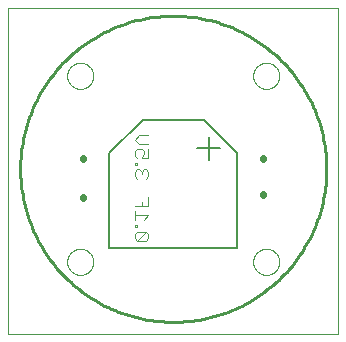
<source format=gbo>
G75*
%MOIN*%
%OFA0B0*%
%FSLAX25Y25*%
%IPPOS*%
%LPD*%
%AMOC8*
5,1,8,0,0,1.08239X$1,22.5*
%
%ADD10C,0.00000*%
%ADD11C,0.01000*%
%ADD12C,0.02200*%
%ADD13C,0.00500*%
%ADD14C,0.00400*%
D10*
X0006500Y0001500D02*
X0006500Y0110201D01*
X0116421Y0110201D01*
X0116421Y0001500D01*
X0006500Y0001500D01*
X0026150Y0025500D02*
X0026152Y0025631D01*
X0026158Y0025763D01*
X0026168Y0025894D01*
X0026182Y0026024D01*
X0026200Y0026155D01*
X0026221Y0026284D01*
X0026247Y0026413D01*
X0026276Y0026541D01*
X0026310Y0026668D01*
X0026347Y0026794D01*
X0026388Y0026919D01*
X0026433Y0027043D01*
X0026481Y0027165D01*
X0026533Y0027285D01*
X0026589Y0027404D01*
X0026648Y0027522D01*
X0026711Y0027637D01*
X0026777Y0027750D01*
X0026847Y0027862D01*
X0026920Y0027971D01*
X0026996Y0028078D01*
X0027076Y0028183D01*
X0027158Y0028285D01*
X0027244Y0028385D01*
X0027333Y0028482D01*
X0027424Y0028576D01*
X0027518Y0028667D01*
X0027615Y0028756D01*
X0027715Y0028842D01*
X0027817Y0028924D01*
X0027922Y0029004D01*
X0028029Y0029080D01*
X0028138Y0029153D01*
X0028250Y0029223D01*
X0028363Y0029289D01*
X0028478Y0029352D01*
X0028596Y0029411D01*
X0028715Y0029467D01*
X0028835Y0029519D01*
X0028957Y0029567D01*
X0029081Y0029612D01*
X0029206Y0029653D01*
X0029332Y0029690D01*
X0029459Y0029724D01*
X0029587Y0029753D01*
X0029716Y0029779D01*
X0029845Y0029800D01*
X0029976Y0029818D01*
X0030106Y0029832D01*
X0030237Y0029842D01*
X0030369Y0029848D01*
X0030500Y0029850D01*
X0030631Y0029848D01*
X0030763Y0029842D01*
X0030894Y0029832D01*
X0031024Y0029818D01*
X0031155Y0029800D01*
X0031284Y0029779D01*
X0031413Y0029753D01*
X0031541Y0029724D01*
X0031668Y0029690D01*
X0031794Y0029653D01*
X0031919Y0029612D01*
X0032043Y0029567D01*
X0032165Y0029519D01*
X0032285Y0029467D01*
X0032404Y0029411D01*
X0032522Y0029352D01*
X0032637Y0029289D01*
X0032750Y0029223D01*
X0032862Y0029153D01*
X0032971Y0029080D01*
X0033078Y0029004D01*
X0033183Y0028924D01*
X0033285Y0028842D01*
X0033385Y0028756D01*
X0033482Y0028667D01*
X0033576Y0028576D01*
X0033667Y0028482D01*
X0033756Y0028385D01*
X0033842Y0028285D01*
X0033924Y0028183D01*
X0034004Y0028078D01*
X0034080Y0027971D01*
X0034153Y0027862D01*
X0034223Y0027750D01*
X0034289Y0027637D01*
X0034352Y0027522D01*
X0034411Y0027404D01*
X0034467Y0027285D01*
X0034519Y0027165D01*
X0034567Y0027043D01*
X0034612Y0026919D01*
X0034653Y0026794D01*
X0034690Y0026668D01*
X0034724Y0026541D01*
X0034753Y0026413D01*
X0034779Y0026284D01*
X0034800Y0026155D01*
X0034818Y0026024D01*
X0034832Y0025894D01*
X0034842Y0025763D01*
X0034848Y0025631D01*
X0034850Y0025500D01*
X0034848Y0025369D01*
X0034842Y0025237D01*
X0034832Y0025106D01*
X0034818Y0024976D01*
X0034800Y0024845D01*
X0034779Y0024716D01*
X0034753Y0024587D01*
X0034724Y0024459D01*
X0034690Y0024332D01*
X0034653Y0024206D01*
X0034612Y0024081D01*
X0034567Y0023957D01*
X0034519Y0023835D01*
X0034467Y0023715D01*
X0034411Y0023596D01*
X0034352Y0023478D01*
X0034289Y0023363D01*
X0034223Y0023250D01*
X0034153Y0023138D01*
X0034080Y0023029D01*
X0034004Y0022922D01*
X0033924Y0022817D01*
X0033842Y0022715D01*
X0033756Y0022615D01*
X0033667Y0022518D01*
X0033576Y0022424D01*
X0033482Y0022333D01*
X0033385Y0022244D01*
X0033285Y0022158D01*
X0033183Y0022076D01*
X0033078Y0021996D01*
X0032971Y0021920D01*
X0032862Y0021847D01*
X0032750Y0021777D01*
X0032637Y0021711D01*
X0032522Y0021648D01*
X0032404Y0021589D01*
X0032285Y0021533D01*
X0032165Y0021481D01*
X0032043Y0021433D01*
X0031919Y0021388D01*
X0031794Y0021347D01*
X0031668Y0021310D01*
X0031541Y0021276D01*
X0031413Y0021247D01*
X0031284Y0021221D01*
X0031155Y0021200D01*
X0031024Y0021182D01*
X0030894Y0021168D01*
X0030763Y0021158D01*
X0030631Y0021152D01*
X0030500Y0021150D01*
X0030369Y0021152D01*
X0030237Y0021158D01*
X0030106Y0021168D01*
X0029976Y0021182D01*
X0029845Y0021200D01*
X0029716Y0021221D01*
X0029587Y0021247D01*
X0029459Y0021276D01*
X0029332Y0021310D01*
X0029206Y0021347D01*
X0029081Y0021388D01*
X0028957Y0021433D01*
X0028835Y0021481D01*
X0028715Y0021533D01*
X0028596Y0021589D01*
X0028478Y0021648D01*
X0028363Y0021711D01*
X0028250Y0021777D01*
X0028138Y0021847D01*
X0028029Y0021920D01*
X0027922Y0021996D01*
X0027817Y0022076D01*
X0027715Y0022158D01*
X0027615Y0022244D01*
X0027518Y0022333D01*
X0027424Y0022424D01*
X0027333Y0022518D01*
X0027244Y0022615D01*
X0027158Y0022715D01*
X0027076Y0022817D01*
X0026996Y0022922D01*
X0026920Y0023029D01*
X0026847Y0023138D01*
X0026777Y0023250D01*
X0026711Y0023363D01*
X0026648Y0023478D01*
X0026589Y0023596D01*
X0026533Y0023715D01*
X0026481Y0023835D01*
X0026433Y0023957D01*
X0026388Y0024081D01*
X0026347Y0024206D01*
X0026310Y0024332D01*
X0026276Y0024459D01*
X0026247Y0024587D01*
X0026221Y0024716D01*
X0026200Y0024845D01*
X0026182Y0024976D01*
X0026168Y0025106D01*
X0026158Y0025237D01*
X0026152Y0025369D01*
X0026150Y0025500D01*
X0088150Y0025500D02*
X0088152Y0025631D01*
X0088158Y0025763D01*
X0088168Y0025894D01*
X0088182Y0026024D01*
X0088200Y0026155D01*
X0088221Y0026284D01*
X0088247Y0026413D01*
X0088276Y0026541D01*
X0088310Y0026668D01*
X0088347Y0026794D01*
X0088388Y0026919D01*
X0088433Y0027043D01*
X0088481Y0027165D01*
X0088533Y0027285D01*
X0088589Y0027404D01*
X0088648Y0027522D01*
X0088711Y0027637D01*
X0088777Y0027750D01*
X0088847Y0027862D01*
X0088920Y0027971D01*
X0088996Y0028078D01*
X0089076Y0028183D01*
X0089158Y0028285D01*
X0089244Y0028385D01*
X0089333Y0028482D01*
X0089424Y0028576D01*
X0089518Y0028667D01*
X0089615Y0028756D01*
X0089715Y0028842D01*
X0089817Y0028924D01*
X0089922Y0029004D01*
X0090029Y0029080D01*
X0090138Y0029153D01*
X0090250Y0029223D01*
X0090363Y0029289D01*
X0090478Y0029352D01*
X0090596Y0029411D01*
X0090715Y0029467D01*
X0090835Y0029519D01*
X0090957Y0029567D01*
X0091081Y0029612D01*
X0091206Y0029653D01*
X0091332Y0029690D01*
X0091459Y0029724D01*
X0091587Y0029753D01*
X0091716Y0029779D01*
X0091845Y0029800D01*
X0091976Y0029818D01*
X0092106Y0029832D01*
X0092237Y0029842D01*
X0092369Y0029848D01*
X0092500Y0029850D01*
X0092631Y0029848D01*
X0092763Y0029842D01*
X0092894Y0029832D01*
X0093024Y0029818D01*
X0093155Y0029800D01*
X0093284Y0029779D01*
X0093413Y0029753D01*
X0093541Y0029724D01*
X0093668Y0029690D01*
X0093794Y0029653D01*
X0093919Y0029612D01*
X0094043Y0029567D01*
X0094165Y0029519D01*
X0094285Y0029467D01*
X0094404Y0029411D01*
X0094522Y0029352D01*
X0094637Y0029289D01*
X0094750Y0029223D01*
X0094862Y0029153D01*
X0094971Y0029080D01*
X0095078Y0029004D01*
X0095183Y0028924D01*
X0095285Y0028842D01*
X0095385Y0028756D01*
X0095482Y0028667D01*
X0095576Y0028576D01*
X0095667Y0028482D01*
X0095756Y0028385D01*
X0095842Y0028285D01*
X0095924Y0028183D01*
X0096004Y0028078D01*
X0096080Y0027971D01*
X0096153Y0027862D01*
X0096223Y0027750D01*
X0096289Y0027637D01*
X0096352Y0027522D01*
X0096411Y0027404D01*
X0096467Y0027285D01*
X0096519Y0027165D01*
X0096567Y0027043D01*
X0096612Y0026919D01*
X0096653Y0026794D01*
X0096690Y0026668D01*
X0096724Y0026541D01*
X0096753Y0026413D01*
X0096779Y0026284D01*
X0096800Y0026155D01*
X0096818Y0026024D01*
X0096832Y0025894D01*
X0096842Y0025763D01*
X0096848Y0025631D01*
X0096850Y0025500D01*
X0096848Y0025369D01*
X0096842Y0025237D01*
X0096832Y0025106D01*
X0096818Y0024976D01*
X0096800Y0024845D01*
X0096779Y0024716D01*
X0096753Y0024587D01*
X0096724Y0024459D01*
X0096690Y0024332D01*
X0096653Y0024206D01*
X0096612Y0024081D01*
X0096567Y0023957D01*
X0096519Y0023835D01*
X0096467Y0023715D01*
X0096411Y0023596D01*
X0096352Y0023478D01*
X0096289Y0023363D01*
X0096223Y0023250D01*
X0096153Y0023138D01*
X0096080Y0023029D01*
X0096004Y0022922D01*
X0095924Y0022817D01*
X0095842Y0022715D01*
X0095756Y0022615D01*
X0095667Y0022518D01*
X0095576Y0022424D01*
X0095482Y0022333D01*
X0095385Y0022244D01*
X0095285Y0022158D01*
X0095183Y0022076D01*
X0095078Y0021996D01*
X0094971Y0021920D01*
X0094862Y0021847D01*
X0094750Y0021777D01*
X0094637Y0021711D01*
X0094522Y0021648D01*
X0094404Y0021589D01*
X0094285Y0021533D01*
X0094165Y0021481D01*
X0094043Y0021433D01*
X0093919Y0021388D01*
X0093794Y0021347D01*
X0093668Y0021310D01*
X0093541Y0021276D01*
X0093413Y0021247D01*
X0093284Y0021221D01*
X0093155Y0021200D01*
X0093024Y0021182D01*
X0092894Y0021168D01*
X0092763Y0021158D01*
X0092631Y0021152D01*
X0092500Y0021150D01*
X0092369Y0021152D01*
X0092237Y0021158D01*
X0092106Y0021168D01*
X0091976Y0021182D01*
X0091845Y0021200D01*
X0091716Y0021221D01*
X0091587Y0021247D01*
X0091459Y0021276D01*
X0091332Y0021310D01*
X0091206Y0021347D01*
X0091081Y0021388D01*
X0090957Y0021433D01*
X0090835Y0021481D01*
X0090715Y0021533D01*
X0090596Y0021589D01*
X0090478Y0021648D01*
X0090363Y0021711D01*
X0090250Y0021777D01*
X0090138Y0021847D01*
X0090029Y0021920D01*
X0089922Y0021996D01*
X0089817Y0022076D01*
X0089715Y0022158D01*
X0089615Y0022244D01*
X0089518Y0022333D01*
X0089424Y0022424D01*
X0089333Y0022518D01*
X0089244Y0022615D01*
X0089158Y0022715D01*
X0089076Y0022817D01*
X0088996Y0022922D01*
X0088920Y0023029D01*
X0088847Y0023138D01*
X0088777Y0023250D01*
X0088711Y0023363D01*
X0088648Y0023478D01*
X0088589Y0023596D01*
X0088533Y0023715D01*
X0088481Y0023835D01*
X0088433Y0023957D01*
X0088388Y0024081D01*
X0088347Y0024206D01*
X0088310Y0024332D01*
X0088276Y0024459D01*
X0088247Y0024587D01*
X0088221Y0024716D01*
X0088200Y0024845D01*
X0088182Y0024976D01*
X0088168Y0025106D01*
X0088158Y0025237D01*
X0088152Y0025369D01*
X0088150Y0025500D01*
X0088150Y0087500D02*
X0088152Y0087631D01*
X0088158Y0087763D01*
X0088168Y0087894D01*
X0088182Y0088024D01*
X0088200Y0088155D01*
X0088221Y0088284D01*
X0088247Y0088413D01*
X0088276Y0088541D01*
X0088310Y0088668D01*
X0088347Y0088794D01*
X0088388Y0088919D01*
X0088433Y0089043D01*
X0088481Y0089165D01*
X0088533Y0089285D01*
X0088589Y0089404D01*
X0088648Y0089522D01*
X0088711Y0089637D01*
X0088777Y0089750D01*
X0088847Y0089862D01*
X0088920Y0089971D01*
X0088996Y0090078D01*
X0089076Y0090183D01*
X0089158Y0090285D01*
X0089244Y0090385D01*
X0089333Y0090482D01*
X0089424Y0090576D01*
X0089518Y0090667D01*
X0089615Y0090756D01*
X0089715Y0090842D01*
X0089817Y0090924D01*
X0089922Y0091004D01*
X0090029Y0091080D01*
X0090138Y0091153D01*
X0090250Y0091223D01*
X0090363Y0091289D01*
X0090478Y0091352D01*
X0090596Y0091411D01*
X0090715Y0091467D01*
X0090835Y0091519D01*
X0090957Y0091567D01*
X0091081Y0091612D01*
X0091206Y0091653D01*
X0091332Y0091690D01*
X0091459Y0091724D01*
X0091587Y0091753D01*
X0091716Y0091779D01*
X0091845Y0091800D01*
X0091976Y0091818D01*
X0092106Y0091832D01*
X0092237Y0091842D01*
X0092369Y0091848D01*
X0092500Y0091850D01*
X0092631Y0091848D01*
X0092763Y0091842D01*
X0092894Y0091832D01*
X0093024Y0091818D01*
X0093155Y0091800D01*
X0093284Y0091779D01*
X0093413Y0091753D01*
X0093541Y0091724D01*
X0093668Y0091690D01*
X0093794Y0091653D01*
X0093919Y0091612D01*
X0094043Y0091567D01*
X0094165Y0091519D01*
X0094285Y0091467D01*
X0094404Y0091411D01*
X0094522Y0091352D01*
X0094637Y0091289D01*
X0094750Y0091223D01*
X0094862Y0091153D01*
X0094971Y0091080D01*
X0095078Y0091004D01*
X0095183Y0090924D01*
X0095285Y0090842D01*
X0095385Y0090756D01*
X0095482Y0090667D01*
X0095576Y0090576D01*
X0095667Y0090482D01*
X0095756Y0090385D01*
X0095842Y0090285D01*
X0095924Y0090183D01*
X0096004Y0090078D01*
X0096080Y0089971D01*
X0096153Y0089862D01*
X0096223Y0089750D01*
X0096289Y0089637D01*
X0096352Y0089522D01*
X0096411Y0089404D01*
X0096467Y0089285D01*
X0096519Y0089165D01*
X0096567Y0089043D01*
X0096612Y0088919D01*
X0096653Y0088794D01*
X0096690Y0088668D01*
X0096724Y0088541D01*
X0096753Y0088413D01*
X0096779Y0088284D01*
X0096800Y0088155D01*
X0096818Y0088024D01*
X0096832Y0087894D01*
X0096842Y0087763D01*
X0096848Y0087631D01*
X0096850Y0087500D01*
X0096848Y0087369D01*
X0096842Y0087237D01*
X0096832Y0087106D01*
X0096818Y0086976D01*
X0096800Y0086845D01*
X0096779Y0086716D01*
X0096753Y0086587D01*
X0096724Y0086459D01*
X0096690Y0086332D01*
X0096653Y0086206D01*
X0096612Y0086081D01*
X0096567Y0085957D01*
X0096519Y0085835D01*
X0096467Y0085715D01*
X0096411Y0085596D01*
X0096352Y0085478D01*
X0096289Y0085363D01*
X0096223Y0085250D01*
X0096153Y0085138D01*
X0096080Y0085029D01*
X0096004Y0084922D01*
X0095924Y0084817D01*
X0095842Y0084715D01*
X0095756Y0084615D01*
X0095667Y0084518D01*
X0095576Y0084424D01*
X0095482Y0084333D01*
X0095385Y0084244D01*
X0095285Y0084158D01*
X0095183Y0084076D01*
X0095078Y0083996D01*
X0094971Y0083920D01*
X0094862Y0083847D01*
X0094750Y0083777D01*
X0094637Y0083711D01*
X0094522Y0083648D01*
X0094404Y0083589D01*
X0094285Y0083533D01*
X0094165Y0083481D01*
X0094043Y0083433D01*
X0093919Y0083388D01*
X0093794Y0083347D01*
X0093668Y0083310D01*
X0093541Y0083276D01*
X0093413Y0083247D01*
X0093284Y0083221D01*
X0093155Y0083200D01*
X0093024Y0083182D01*
X0092894Y0083168D01*
X0092763Y0083158D01*
X0092631Y0083152D01*
X0092500Y0083150D01*
X0092369Y0083152D01*
X0092237Y0083158D01*
X0092106Y0083168D01*
X0091976Y0083182D01*
X0091845Y0083200D01*
X0091716Y0083221D01*
X0091587Y0083247D01*
X0091459Y0083276D01*
X0091332Y0083310D01*
X0091206Y0083347D01*
X0091081Y0083388D01*
X0090957Y0083433D01*
X0090835Y0083481D01*
X0090715Y0083533D01*
X0090596Y0083589D01*
X0090478Y0083648D01*
X0090363Y0083711D01*
X0090250Y0083777D01*
X0090138Y0083847D01*
X0090029Y0083920D01*
X0089922Y0083996D01*
X0089817Y0084076D01*
X0089715Y0084158D01*
X0089615Y0084244D01*
X0089518Y0084333D01*
X0089424Y0084424D01*
X0089333Y0084518D01*
X0089244Y0084615D01*
X0089158Y0084715D01*
X0089076Y0084817D01*
X0088996Y0084922D01*
X0088920Y0085029D01*
X0088847Y0085138D01*
X0088777Y0085250D01*
X0088711Y0085363D01*
X0088648Y0085478D01*
X0088589Y0085596D01*
X0088533Y0085715D01*
X0088481Y0085835D01*
X0088433Y0085957D01*
X0088388Y0086081D01*
X0088347Y0086206D01*
X0088310Y0086332D01*
X0088276Y0086459D01*
X0088247Y0086587D01*
X0088221Y0086716D01*
X0088200Y0086845D01*
X0088182Y0086976D01*
X0088168Y0087106D01*
X0088158Y0087237D01*
X0088152Y0087369D01*
X0088150Y0087500D01*
X0026150Y0087500D02*
X0026152Y0087631D01*
X0026158Y0087763D01*
X0026168Y0087894D01*
X0026182Y0088024D01*
X0026200Y0088155D01*
X0026221Y0088284D01*
X0026247Y0088413D01*
X0026276Y0088541D01*
X0026310Y0088668D01*
X0026347Y0088794D01*
X0026388Y0088919D01*
X0026433Y0089043D01*
X0026481Y0089165D01*
X0026533Y0089285D01*
X0026589Y0089404D01*
X0026648Y0089522D01*
X0026711Y0089637D01*
X0026777Y0089750D01*
X0026847Y0089862D01*
X0026920Y0089971D01*
X0026996Y0090078D01*
X0027076Y0090183D01*
X0027158Y0090285D01*
X0027244Y0090385D01*
X0027333Y0090482D01*
X0027424Y0090576D01*
X0027518Y0090667D01*
X0027615Y0090756D01*
X0027715Y0090842D01*
X0027817Y0090924D01*
X0027922Y0091004D01*
X0028029Y0091080D01*
X0028138Y0091153D01*
X0028250Y0091223D01*
X0028363Y0091289D01*
X0028478Y0091352D01*
X0028596Y0091411D01*
X0028715Y0091467D01*
X0028835Y0091519D01*
X0028957Y0091567D01*
X0029081Y0091612D01*
X0029206Y0091653D01*
X0029332Y0091690D01*
X0029459Y0091724D01*
X0029587Y0091753D01*
X0029716Y0091779D01*
X0029845Y0091800D01*
X0029976Y0091818D01*
X0030106Y0091832D01*
X0030237Y0091842D01*
X0030369Y0091848D01*
X0030500Y0091850D01*
X0030631Y0091848D01*
X0030763Y0091842D01*
X0030894Y0091832D01*
X0031024Y0091818D01*
X0031155Y0091800D01*
X0031284Y0091779D01*
X0031413Y0091753D01*
X0031541Y0091724D01*
X0031668Y0091690D01*
X0031794Y0091653D01*
X0031919Y0091612D01*
X0032043Y0091567D01*
X0032165Y0091519D01*
X0032285Y0091467D01*
X0032404Y0091411D01*
X0032522Y0091352D01*
X0032637Y0091289D01*
X0032750Y0091223D01*
X0032862Y0091153D01*
X0032971Y0091080D01*
X0033078Y0091004D01*
X0033183Y0090924D01*
X0033285Y0090842D01*
X0033385Y0090756D01*
X0033482Y0090667D01*
X0033576Y0090576D01*
X0033667Y0090482D01*
X0033756Y0090385D01*
X0033842Y0090285D01*
X0033924Y0090183D01*
X0034004Y0090078D01*
X0034080Y0089971D01*
X0034153Y0089862D01*
X0034223Y0089750D01*
X0034289Y0089637D01*
X0034352Y0089522D01*
X0034411Y0089404D01*
X0034467Y0089285D01*
X0034519Y0089165D01*
X0034567Y0089043D01*
X0034612Y0088919D01*
X0034653Y0088794D01*
X0034690Y0088668D01*
X0034724Y0088541D01*
X0034753Y0088413D01*
X0034779Y0088284D01*
X0034800Y0088155D01*
X0034818Y0088024D01*
X0034832Y0087894D01*
X0034842Y0087763D01*
X0034848Y0087631D01*
X0034850Y0087500D01*
X0034848Y0087369D01*
X0034842Y0087237D01*
X0034832Y0087106D01*
X0034818Y0086976D01*
X0034800Y0086845D01*
X0034779Y0086716D01*
X0034753Y0086587D01*
X0034724Y0086459D01*
X0034690Y0086332D01*
X0034653Y0086206D01*
X0034612Y0086081D01*
X0034567Y0085957D01*
X0034519Y0085835D01*
X0034467Y0085715D01*
X0034411Y0085596D01*
X0034352Y0085478D01*
X0034289Y0085363D01*
X0034223Y0085250D01*
X0034153Y0085138D01*
X0034080Y0085029D01*
X0034004Y0084922D01*
X0033924Y0084817D01*
X0033842Y0084715D01*
X0033756Y0084615D01*
X0033667Y0084518D01*
X0033576Y0084424D01*
X0033482Y0084333D01*
X0033385Y0084244D01*
X0033285Y0084158D01*
X0033183Y0084076D01*
X0033078Y0083996D01*
X0032971Y0083920D01*
X0032862Y0083847D01*
X0032750Y0083777D01*
X0032637Y0083711D01*
X0032522Y0083648D01*
X0032404Y0083589D01*
X0032285Y0083533D01*
X0032165Y0083481D01*
X0032043Y0083433D01*
X0031919Y0083388D01*
X0031794Y0083347D01*
X0031668Y0083310D01*
X0031541Y0083276D01*
X0031413Y0083247D01*
X0031284Y0083221D01*
X0031155Y0083200D01*
X0031024Y0083182D01*
X0030894Y0083168D01*
X0030763Y0083158D01*
X0030631Y0083152D01*
X0030500Y0083150D01*
X0030369Y0083152D01*
X0030237Y0083158D01*
X0030106Y0083168D01*
X0029976Y0083182D01*
X0029845Y0083200D01*
X0029716Y0083221D01*
X0029587Y0083247D01*
X0029459Y0083276D01*
X0029332Y0083310D01*
X0029206Y0083347D01*
X0029081Y0083388D01*
X0028957Y0083433D01*
X0028835Y0083481D01*
X0028715Y0083533D01*
X0028596Y0083589D01*
X0028478Y0083648D01*
X0028363Y0083711D01*
X0028250Y0083777D01*
X0028138Y0083847D01*
X0028029Y0083920D01*
X0027922Y0083996D01*
X0027817Y0084076D01*
X0027715Y0084158D01*
X0027615Y0084244D01*
X0027518Y0084333D01*
X0027424Y0084424D01*
X0027333Y0084518D01*
X0027244Y0084615D01*
X0027158Y0084715D01*
X0027076Y0084817D01*
X0026996Y0084922D01*
X0026920Y0085029D01*
X0026847Y0085138D01*
X0026777Y0085250D01*
X0026711Y0085363D01*
X0026648Y0085478D01*
X0026589Y0085596D01*
X0026533Y0085715D01*
X0026481Y0085835D01*
X0026433Y0085957D01*
X0026388Y0086081D01*
X0026347Y0086206D01*
X0026310Y0086332D01*
X0026276Y0086459D01*
X0026247Y0086587D01*
X0026221Y0086716D01*
X0026200Y0086845D01*
X0026182Y0086976D01*
X0026168Y0087106D01*
X0026158Y0087237D01*
X0026152Y0087369D01*
X0026150Y0087500D01*
D11*
X0010500Y0056500D02*
X0010515Y0057752D01*
X0010561Y0059002D01*
X0010638Y0060252D01*
X0010746Y0061499D01*
X0010884Y0062743D01*
X0011052Y0063983D01*
X0011251Y0065219D01*
X0011480Y0066450D01*
X0011739Y0067674D01*
X0012028Y0068892D01*
X0012347Y0070102D01*
X0012696Y0071305D01*
X0013074Y0072498D01*
X0013481Y0073681D01*
X0013917Y0074855D01*
X0014382Y0076017D01*
X0014875Y0077167D01*
X0015397Y0078305D01*
X0015946Y0079430D01*
X0016522Y0080541D01*
X0017126Y0081638D01*
X0017756Y0082719D01*
X0018412Y0083785D01*
X0019095Y0084834D01*
X0019803Y0085866D01*
X0020536Y0086881D01*
X0021294Y0087877D01*
X0022076Y0088854D01*
X0022882Y0089812D01*
X0023711Y0090750D01*
X0024563Y0091667D01*
X0025438Y0092562D01*
X0026333Y0093437D01*
X0027250Y0094289D01*
X0028188Y0095118D01*
X0029146Y0095924D01*
X0030123Y0096706D01*
X0031119Y0097464D01*
X0032134Y0098197D01*
X0033166Y0098905D01*
X0034215Y0099588D01*
X0035281Y0100244D01*
X0036362Y0100874D01*
X0037459Y0101478D01*
X0038570Y0102054D01*
X0039695Y0102603D01*
X0040833Y0103125D01*
X0041983Y0103618D01*
X0043145Y0104083D01*
X0044319Y0104519D01*
X0045502Y0104926D01*
X0046695Y0105304D01*
X0047898Y0105653D01*
X0049108Y0105972D01*
X0050326Y0106261D01*
X0051550Y0106520D01*
X0052781Y0106749D01*
X0054017Y0106948D01*
X0055257Y0107116D01*
X0056501Y0107254D01*
X0057748Y0107362D01*
X0058998Y0107439D01*
X0060248Y0107485D01*
X0061500Y0107500D01*
X0062752Y0107485D01*
X0064002Y0107439D01*
X0065252Y0107362D01*
X0066499Y0107254D01*
X0067743Y0107116D01*
X0068983Y0106948D01*
X0070219Y0106749D01*
X0071450Y0106520D01*
X0072674Y0106261D01*
X0073892Y0105972D01*
X0075102Y0105653D01*
X0076305Y0105304D01*
X0077498Y0104926D01*
X0078681Y0104519D01*
X0079855Y0104083D01*
X0081017Y0103618D01*
X0082167Y0103125D01*
X0083305Y0102603D01*
X0084430Y0102054D01*
X0085541Y0101478D01*
X0086638Y0100874D01*
X0087719Y0100244D01*
X0088785Y0099588D01*
X0089834Y0098905D01*
X0090866Y0098197D01*
X0091881Y0097464D01*
X0092877Y0096706D01*
X0093854Y0095924D01*
X0094812Y0095118D01*
X0095750Y0094289D01*
X0096667Y0093437D01*
X0097562Y0092562D01*
X0098437Y0091667D01*
X0099289Y0090750D01*
X0100118Y0089812D01*
X0100924Y0088854D01*
X0101706Y0087877D01*
X0102464Y0086881D01*
X0103197Y0085866D01*
X0103905Y0084834D01*
X0104588Y0083785D01*
X0105244Y0082719D01*
X0105874Y0081638D01*
X0106478Y0080541D01*
X0107054Y0079430D01*
X0107603Y0078305D01*
X0108125Y0077167D01*
X0108618Y0076017D01*
X0109083Y0074855D01*
X0109519Y0073681D01*
X0109926Y0072498D01*
X0110304Y0071305D01*
X0110653Y0070102D01*
X0110972Y0068892D01*
X0111261Y0067674D01*
X0111520Y0066450D01*
X0111749Y0065219D01*
X0111948Y0063983D01*
X0112116Y0062743D01*
X0112254Y0061499D01*
X0112362Y0060252D01*
X0112439Y0059002D01*
X0112485Y0057752D01*
X0112500Y0056500D01*
X0112485Y0055248D01*
X0112439Y0053998D01*
X0112362Y0052748D01*
X0112254Y0051501D01*
X0112116Y0050257D01*
X0111948Y0049017D01*
X0111749Y0047781D01*
X0111520Y0046550D01*
X0111261Y0045326D01*
X0110972Y0044108D01*
X0110653Y0042898D01*
X0110304Y0041695D01*
X0109926Y0040502D01*
X0109519Y0039319D01*
X0109083Y0038145D01*
X0108618Y0036983D01*
X0108125Y0035833D01*
X0107603Y0034695D01*
X0107054Y0033570D01*
X0106478Y0032459D01*
X0105874Y0031362D01*
X0105244Y0030281D01*
X0104588Y0029215D01*
X0103905Y0028166D01*
X0103197Y0027134D01*
X0102464Y0026119D01*
X0101706Y0025123D01*
X0100924Y0024146D01*
X0100118Y0023188D01*
X0099289Y0022250D01*
X0098437Y0021333D01*
X0097562Y0020438D01*
X0096667Y0019563D01*
X0095750Y0018711D01*
X0094812Y0017882D01*
X0093854Y0017076D01*
X0092877Y0016294D01*
X0091881Y0015536D01*
X0090866Y0014803D01*
X0089834Y0014095D01*
X0088785Y0013412D01*
X0087719Y0012756D01*
X0086638Y0012126D01*
X0085541Y0011522D01*
X0084430Y0010946D01*
X0083305Y0010397D01*
X0082167Y0009875D01*
X0081017Y0009382D01*
X0079855Y0008917D01*
X0078681Y0008481D01*
X0077498Y0008074D01*
X0076305Y0007696D01*
X0075102Y0007347D01*
X0073892Y0007028D01*
X0072674Y0006739D01*
X0071450Y0006480D01*
X0070219Y0006251D01*
X0068983Y0006052D01*
X0067743Y0005884D01*
X0066499Y0005746D01*
X0065252Y0005638D01*
X0064002Y0005561D01*
X0062752Y0005515D01*
X0061500Y0005500D01*
X0060248Y0005515D01*
X0058998Y0005561D01*
X0057748Y0005638D01*
X0056501Y0005746D01*
X0055257Y0005884D01*
X0054017Y0006052D01*
X0052781Y0006251D01*
X0051550Y0006480D01*
X0050326Y0006739D01*
X0049108Y0007028D01*
X0047898Y0007347D01*
X0046695Y0007696D01*
X0045502Y0008074D01*
X0044319Y0008481D01*
X0043145Y0008917D01*
X0041983Y0009382D01*
X0040833Y0009875D01*
X0039695Y0010397D01*
X0038570Y0010946D01*
X0037459Y0011522D01*
X0036362Y0012126D01*
X0035281Y0012756D01*
X0034215Y0013412D01*
X0033166Y0014095D01*
X0032134Y0014803D01*
X0031119Y0015536D01*
X0030123Y0016294D01*
X0029146Y0017076D01*
X0028188Y0017882D01*
X0027250Y0018711D01*
X0026333Y0019563D01*
X0025438Y0020438D01*
X0024563Y0021333D01*
X0023711Y0022250D01*
X0022882Y0023188D01*
X0022076Y0024146D01*
X0021294Y0025123D01*
X0020536Y0026119D01*
X0019803Y0027134D01*
X0019095Y0028166D01*
X0018412Y0029215D01*
X0017756Y0030281D01*
X0017126Y0031362D01*
X0016522Y0032459D01*
X0015946Y0033570D01*
X0015397Y0034695D01*
X0014875Y0035833D01*
X0014382Y0036983D01*
X0013917Y0038145D01*
X0013481Y0039319D01*
X0013074Y0040502D01*
X0012696Y0041695D01*
X0012347Y0042898D01*
X0012028Y0044108D01*
X0011739Y0045326D01*
X0011480Y0046550D01*
X0011251Y0047781D01*
X0011052Y0049017D01*
X0010884Y0050257D01*
X0010746Y0051501D01*
X0010638Y0052748D01*
X0010561Y0053998D01*
X0010515Y0055248D01*
X0010500Y0056500D01*
D12*
X0031500Y0059880D02*
X0031500Y0060120D01*
X0031500Y0047120D02*
X0031500Y0046880D01*
X0091500Y0047880D02*
X0091500Y0048120D01*
X0091500Y0059880D02*
X0091500Y0060120D01*
D13*
X0082760Y0061736D02*
X0071736Y0072760D01*
X0051264Y0072760D01*
X0040240Y0061736D01*
X0040240Y0030240D01*
X0082760Y0030240D01*
X0082760Y0061736D01*
X0077248Y0063311D02*
X0069374Y0063311D01*
X0073311Y0067248D02*
X0073311Y0059374D01*
D14*
X0053245Y0060138D02*
X0050943Y0060138D01*
X0051710Y0061673D01*
X0051710Y0062440D01*
X0050943Y0063208D01*
X0049408Y0063208D01*
X0048641Y0062440D01*
X0048641Y0060906D01*
X0049408Y0060138D01*
X0049408Y0058604D02*
X0048641Y0058604D01*
X0048641Y0057837D01*
X0049408Y0057837D01*
X0049408Y0058604D01*
X0049408Y0056302D02*
X0048641Y0055535D01*
X0048641Y0054000D01*
X0049408Y0053233D01*
X0050943Y0054767D02*
X0050943Y0055535D01*
X0050176Y0056302D01*
X0049408Y0056302D01*
X0050943Y0055535D02*
X0051710Y0056302D01*
X0052478Y0056302D01*
X0053245Y0055535D01*
X0053245Y0054000D01*
X0052478Y0053233D01*
X0053245Y0047094D02*
X0053245Y0044025D01*
X0048641Y0044025D01*
X0048641Y0042490D02*
X0048641Y0039421D01*
X0048641Y0037886D02*
X0048641Y0037119D01*
X0049408Y0037119D01*
X0049408Y0037886D01*
X0048641Y0037886D01*
X0049408Y0035584D02*
X0048641Y0034817D01*
X0048641Y0033282D01*
X0049408Y0032515D01*
X0052478Y0035584D01*
X0049408Y0035584D01*
X0052478Y0035584D02*
X0053245Y0034817D01*
X0053245Y0033282D01*
X0052478Y0032515D01*
X0049408Y0032515D01*
X0051710Y0039421D02*
X0053245Y0040955D01*
X0048641Y0040955D01*
X0050943Y0044025D02*
X0050943Y0045559D01*
X0053245Y0060138D02*
X0053245Y0063208D01*
X0053245Y0064742D02*
X0050176Y0064742D01*
X0048641Y0066277D01*
X0050176Y0067812D01*
X0053245Y0067812D01*
M02*

</source>
